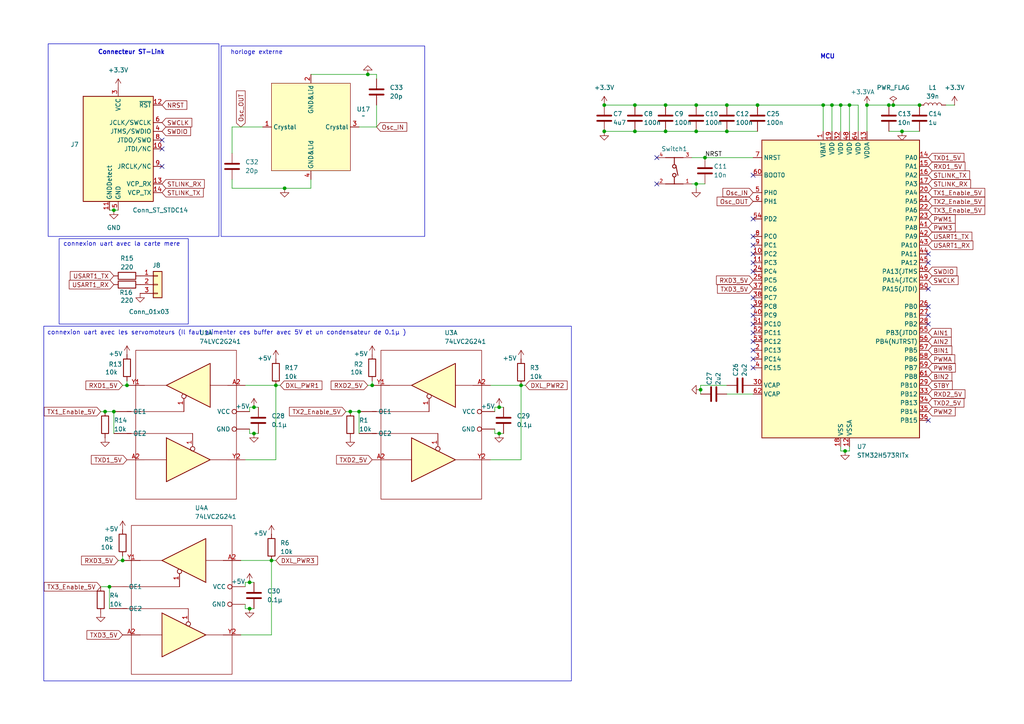
<source format=kicad_sch>
(kicad_sch (version 20250114) (generator "eeschema") (generator_version "9.0")
  (paper "A4")
  (lib_symbols
    (symbol "74LVC2G241_1"
      (property "Reference" "U" (at 2.54 5.08 0))
      (property "Value" "74LVC2G241" (at 2.54 -7.62 0))
      (symbol "74LVC2G241_1_1_1"
        (pin input line (at -22.86 13.97 0) (length 5.08) (name "OE1") (number ""))
        (pin input line (at -22.86 7.62 0) (length 5.08) (name "OE2") (number ""))
        (pin tri_state line (at -19.05 21.59 0) (length 5.08) (name "~") (number "Y1"))
        (pin input line (at -19.05 0 0) (length 5.08) (name "~") (number "A2"))
        (pin input inverted (at -2.54 13.97 90) (length 5.08) (name "~") (number "1"))
        (pin free inverted (at 0 7.62 270) (length 5.08) (name "~") (number "1"))
        (pin input line (at 15.24 21.59 180) (length 5.08) (name "~") (number "A2"))
        (pin tri_state line (at 15.24 0 180) (length 5.08) (name "~") (number "Y2"))
        (pin output inverted (at 16.51 13.97 180) (length 5.08) (name "VCC") (number ""))
        (pin output inverted (at 16.51 8.89 180) (length 5.08) (name "GND") (number ""))
      )
      (symbol "74LVC2G241_1_2_1"
        (pin input line (at -22.86 13.97 0) (length 5.08) (name "OE1") (number "-UB"))
        (pin input line (at -22.86 7.62 0) (length 5.08) (name "OE2") (number "-UB"))
        (pin input line (at -19.05 0 0) (length 5.08) (name "~") (number "5"))
        (pin free inverted (at 0 7.62 270) (length 5.08) (name "~") (number "7"))
        (pin tri_state line (at 15.24 0 180) (length 5.08) (name "~") (number "3"))
        (pin output inverted (at 16.51 13.97 180) (length 5.08) (name "VCC") (number "-UB"))
        (pin output inverted (at 16.51 8.89 180) (length 5.08) (name "GND") (number "-UB"))
      )
      (symbol "74LVC2G241_1_3_1"
        (pin input line (at -22.86 13.97 0) (length 5.08) (name "OE1") (number "-UC"))
        (pin input line (at -22.86 7.62 0) (length 5.08) (name "OE2") (number "-UC"))
        (pin power_in line (at 0 10.16 270) (length 5.08) (name "VCC") (number "8"))
        (pin power_in line (at 0 -10.16 90) (length 5.08) (name "GND") (number "4"))
        (pin output inverted (at 16.51 13.97 180) (length 5.08) (name "VCC") (number "-UC"))
        (pin output inverted (at 16.51 8.89 180) (length 5.08) (name "GND") (number "-UC"))
      )
    )
    (symbol "74LVC2G241_2"
      (property "Reference" "U" (at 2.54 5.08 0))
      (property "Value" "74LVC2G241" (at 2.54 -7.62 0))
      (symbol "74LVC2G241_2_1_1"
        (pin input line (at -22.86 13.97 0) (length 5.08) (name "OE1") (number ""))
        (pin input line (at -22.86 7.62 0) (length 5.08) (name "OE2") (number ""))
        (pin tri_state line (at -19.05 21.59 0) (length 5.08) (name "~") (number "Y1"))
        (pin input line (at -19.05 0 0) (length 5.08) (name "~") (number "A2"))
        (pin input inverted (at -2.54 13.97 90) (length 5.08) (name "~") (number "1"))
        (pin free inverted (at 0 7.62 270) (length 5.08) (name "~") (number "1"))
        (pin input line (at 15.24 21.59 180) (length 5.08) (name "~") (number "A2"))
        (pin tri_state line (at 15.24 0 180) (length 5.08) (name "~") (number "Y2"))
        (pin output inverted (at 16.51 13.97 180) (length 5.08) (name "VCC") (number ""))
        (pin output inverted (at 16.51 8.89 180) (length 5.08) (name "GND") (number ""))
      )
      (symbol "74LVC2G241_2_2_1"
        (pin input line (at -22.86 13.97 0) (length 5.08) (name "OE1") (number "-UB"))
        (pin input line (at -22.86 7.62 0) (length 5.08) (name "OE2") (number "-UB"))
        (pin input line (at -19.05 0 0) (length 5.08) (name "~") (number "5"))
        (pin free inverted (at 0 7.62 270) (length 5.08) (name "~") (number "7"))
        (pin tri_state line (at 15.24 0 180) (length 5.08) (name "~") (number "3"))
        (pin output inverted (at 16.51 13.97 180) (length 5.08) (name "VCC") (number "-UB"))
        (pin output inverted (at 16.51 8.89 180) (length 5.08) (name "GND") (number "-UB"))
      )
      (symbol "74LVC2G241_2_3_1"
        (pin input line (at -22.86 13.97 0) (length 5.08) (name "OE1") (number "-UC"))
        (pin input line (at -22.86 7.62 0) (length 5.08) (name "OE2") (number "-UC"))
        (pin power_in line (at 0 10.16 270) (length 5.08) (name "VCC") (number "8"))
        (pin power_in line (at 0 -10.16 90) (length 5.08) (name "GND") (number "4"))
        (pin output inverted (at 16.51 13.97 180) (length 5.08) (name "VCC") (number "-UC"))
        (pin output inverted (at 16.51 8.89 180) (length 5.08) (name "GND") (number "-UC"))
      )
    )
    (symbol "CFPX-104-oscillator:CFPX-104-8MHz-wurth"
      (property "Reference" "U" (at 0 0 0))
      (symbol "CFPX-104-8MHz-wurth_1_1"
        (pin bidirectional line (at -13.97 0 0) (length 2.54) (name "Crystal") (number "1"))
        (pin power_in line (at 0 15.24 270) (length 2.54) (name "GND&Lid") (number "2"))
        (pin power_in line (at 0 -15.24 90) (length 2.54) (name "GND&Lid") (number "4"))
        (pin bidirectional line (at 13.97 0 180) (length 2.54) (name "Crystal") (number "3"))
      )
    )
    (symbol "Connector:Conn_ST_STDC14"
      (property "Reference" "J" (at -8.89 16.51 0))
      (property "Value" "Conn_ST_STDC14" (at 17.78 16.51 0))
      (symbol "Conn_ST_STDC14_1_1"
        (pin no_connect line (at -10.16 5.08 0) (length 2.54) (hide yes) (name "NC") (number "1"))
        (pin no_connect line (at -10.16 2.54 0) (length 2.54) (hide yes) (name "NC") (number "2"))
        (pin passive line (at -2.54 -17.78 90) (length 2.54) (name "GNDDetect") (number "11"))
        (pin power_in line (at 0 17.78 270) (length 2.54) (name "VCC") (number "3"))
        (pin power_in line (at 0 -17.78 90) (length 2.54) (name "GND") (number "5"))
        (pin passive line (at 0 -17.78 90) (length 2.54) (hide yes) (name "GND") (number "7"))
        (pin open_collector line (at 12.7 12.7 180) (length 2.54) (name "~{RST}") (number "12"))
        (pin output line (at 12.7 7.62 180) (length 2.54) (name "JCLK/SWCLK") (number "6"))
        (pin bidirectional line (at 12.7 5.08 180) (length 2.54) (name "JTMS/SWDIO") (number "4"))
        (pin input line (at 12.7 2.54 180) (length 2.54) (name "JTDO/SWO") (number "8"))
        (pin output line (at 12.7 0 180) (length 2.54) (name "JTDI/NC") (number "10"))
        (pin input line (at 12.7 -5.08 180) (length 2.54) (name "JRCLK/NC") (number "9"))
        (pin output line (at 12.7 -10.16 180) (length 2.54) (name "VCP_RX") (number "13"))
        (pin input line (at 12.7 -12.7 180) (length 2.54) (name "VCP_TX") (number "14"))
      )
    )
    (symbol "Connector_Generic:Conn_01x03" (pin_names (offset 1.016) (hide yes))
      (property "Reference" "J" (at 0 5.08 0))
      (property "Value" "Conn_01x03" (at 0 -5.08 0))
      (symbol "Conn_01x03_1_1"
        (pin passive line (at -5.08 2.54 0) (length 3.81) (name "Pin_1") (number "1"))
        (pin passive line (at -5.08 0 0) (length 3.81) (name "Pin_2") (number "2"))
        (pin passive line (at -5.08 -2.54 0) (length 3.81) (name "Pin_3") (number "3"))
      )
    )
    (symbol "Device:C" (pin_numbers (hide yes)) (pin_names (offset 0.254))
      (property "Reference" "C" (at 0.635 2.54 0))
      (property "Value" "C" (at 0.635 -2.54 0))
      (symbol "C_1_1"
        (pin passive line (at 0 3.81 270) (length 2.794) (name "~") (number "1"))
        (pin passive line (at 0 -3.81 90) (length 2.794) (name "~") (number "2"))
      )
    )
    (symbol "Device:L" (pin_numbers (hide yes)) (pin_names (offset 1.016) (hide yes))
      (property "Reference" "L" (at -1.27 0 90))
      (property "Value" "L" (at 1.905 0 90))
      (symbol "L_1_1"
        (pin passive line (at 0 3.81 270) (length 1.27) (name "1") (number "1"))
        (pin passive line (at 0 -3.81 90) (length 1.27) (name "2") (number "2"))
      )
    )
    (symbol "Device:R" (pin_numbers (hide yes)) (pin_names (offset 0))
      (property "Reference" "R" (at 2.032 0 90))
      (property "Value" "R" (at 0 0 90))
      (symbol "R_1_1"
        (pin passive line (at 0 3.81 270) (length 1.27) (name "~") (number "1"))
        (pin passive line (at 0 -3.81 90) (length 1.27) (name "~") (number "2"))
      )
    )
    (symbol "MCU_ST_STM32H5:STM32H573RITx"
      (property "Reference" "U" (at -22.86 44.45 0))
      (property "Value" "STM32H573RITx" (at 10.16 44.45 0))
      (symbol "STM32H573RITx_1_1"
        (pin input line (at -25.4 38.1 0) (length 2.54) (name "NRST") (number "7"))
        (pin input line (at -25.4 33.02 0) (length 2.54) (name "BOOT0") (number "60"))
        (pin bidirectional line (at -25.4 27.94 0) (length 2.54) (name "PH0") (number "5"))
        (pin bidirectional line (at -25.4 25.4 0) (length 2.54) (name "PH1") (number "6"))
        (pin bidirectional line (at -25.4 20.32 0) (length 2.54) (name "PD2") (number "54"))
        (pin bidirectional line (at -25.4 15.24 0) (length 2.54) (name "PC0") (number "8"))
        (pin bidirectional line (at -25.4 12.7 0) (length 2.54) (name "PC1") (number "9"))
        (pin bidirectional line (at -25.4 10.16 0) (length 2.54) (name "PC2") (number "10"))
        (pin bidirectional line (at -25.4 7.62 0) (length 2.54) (name "PC3") (number "11"))
        (pin bidirectional line (at -25.4 5.08 0) (length 2.54) (name "PC4") (number "24"))
        (pin bidirectional line (at -25.4 2.54 0) (length 2.54) (name "PC5") (number "25"))
        (pin bidirectional line (at -25.4 0 0) (length 2.54) (name "PC6") (number "37"))
        (pin bidirectional line (at -25.4 -2.54 0) (length 2.54) (name "PC7") (number "38"))
        (pin bidirectional line (at -25.4 -5.08 0) (length 2.54) (name "PC8") (number "39"))
        (pin bidirectional line (at -25.4 -7.62 0) (length 2.54) (name "PC9") (number "40"))
        (pin bidirectional line (at -25.4 -10.16 0) (length 2.54) (name "PC10") (number "51"))
        (pin bidirectional line (at -25.4 -12.7 0) (length 2.54) (name "PC11") (number "52"))
        (pin bidirectional line (at -25.4 -15.24 0) (length 2.54) (name "PC12") (number "53"))
        (pin bidirectional line (at -25.4 -17.78 0) (length 2.54) (name "PC13") (number "2"))
        (pin bidirectional line (at -25.4 -20.32 0) (length 2.54) (name "PC14") (number "3"))
        (pin bidirectional line (at -25.4 -22.86 0) (length 2.54) (name "PC15") (number "4"))
        (pin power_out line (at -25.4 -27.94 0) (length 2.54) (name "VCAP") (number "30"))
        (pin power_out line (at -25.4 -30.48 0) (length 2.54) (name "VCAP") (number "62"))
        (pin power_in line (at -5.08 45.72 270) (length 2.54) (name "VBAT") (number "1"))
        (pin power_in line (at -2.54 45.72 270) (length 2.54) (name "VDD") (number "19"))
        (pin power_in line (at 0 45.72 270) (length 2.54) (name "VDD") (number "32"))
        (pin power_in line (at 0 -45.72 90) (length 2.54) (name "VSS") (number "18"))
        (pin passive line (at 0 -45.72 90) (length 2.54) (hide yes) (name "VSS") (number "31"))
        (pin passive line (at 0 -45.72 90) (length 2.54) (hide yes) (name "VSS") (number "47"))
        (pin passive line (at 0 -45.72 90) (length 2.54) (hide yes) (name "VSS") (number "63"))
        (pin power_in line (at 2.54 45.72 270) (length 2.54) (name "VDD") (number "48"))
        (pin power_in line (at 2.54 -45.72 90) (length 2.54) (name "VSSA") (number "12"))
        (pin power_in line (at 5.08 45.72 270) (length 2.54) (name "VDD") (number "64"))
        (pin power_in line (at 7.62 45.72 270) (length 2.54) (name "VDDA") (number "13"))
        (pin bidirectional line (at 25.4 38.1 180) (length 2.54) (name "PA0") (number "14"))
        (pin bidirectional line (at 25.4 35.56 180) (length 2.54) (name "PA1") (number "15"))
        (pin bidirectional line (at 25.4 33.02 180) (length 2.54) (name "PA2") (number "16"))
        (pin bidirectional line (at 25.4 30.48 180) (length 2.54) (name "PA3") (number "17"))
        (pin bidirectional line (at 25.4 27.94 180) (length 2.54) (name "PA4") (number "20"))
        (pin bidirectional line (at 25.4 25.4 180) (length 2.54) (name "PA5") (number "21"))
        (pin bidirectional line (at 25.4 22.86 180) (length 2.54) (name "PA6") (number "22"))
        (pin bidirectional line (at 25.4 20.32 180) (length 2.54) (name "PA7") (number "23"))
        (pin bidirectional line (at 25.4 17.78 180) (length 2.54) (name "PA8") (number "41"))
        (pin bidirectional line (at 25.4 15.24 180) (length 2.54) (name "PA9") (number "42"))
        (pin bidirectional line (at 25.4 12.7 180) (length 2.54) (name "PA10") (number "43"))
        (pin bidirectional line (at 25.4 10.16 180) (length 2.54) (name "PA11") (number "44"))
        (pin bidirectional line (at 25.4 7.62 180) (length 2.54) (name "PA12") (number "45"))
        (pin bidirectional line (at 25.4 5.08 180) (length 2.54) (name "PA13(JTMS") (number "46"))
        (pin bidirectional line (at 25.4 2.54 180) (length 2.54) (name "PA14(JTCK") (number "49"))
        (pin bidirectional line (at 25.4 0 180) (length 2.54) (name "PA15(JTDI)") (number "50"))
        (pin bidirectional line (at 25.4 -5.08 180) (length 2.54) (name "PB0") (number "26"))
        (pin bidirectional line (at 25.4 -7.62 180) (length 2.54) (name "PB1") (number "27"))
        (pin bidirectional line (at 25.4 -10.16 180) (length 2.54) (name "PB2") (number "28"))
        (pin bidirectional line (at 25.4 -12.7 180) (length 2.54) (name "PB3(JTDO") (number "55"))
        (pin bidirectional line (at 25.4 -15.24 180) (length 2.54) (name "PB4(NJTRST)") (number "56"))
        (pin bidirectional line (at 25.4 -17.78 180) (length 2.54) (name "PB5") (number "57"))
        (pin bidirectional line (at 25.4 -20.32 180) (length 2.54) (name "PB6") (number "58"))
        (pin bidirectional line (at 25.4 -22.86 180) (length 2.54) (name "PB7") (number "59"))
        (pin bidirectional line (at 25.4 -25.4 180) (length 2.54) (name "PB8") (number "61"))
        (pin bidirectional line (at 25.4 -27.94 180) (length 2.54) (name "PB10") (number "29"))
        (pin bidirectional line (at 25.4 -30.48 180) (length 2.54) (name "PB12") (number "33"))
        (pin bidirectional line (at 25.4 -33.02 180) (length 2.54) (name "PB13") (number "34"))
        (pin bidirectional line (at 25.4 -35.56 180) (length 2.54) (name "PB14") (number "35"))
        (pin bidirectional line (at 25.4 -38.1 180) (length 2.54) (name "PB15") (number "36"))
      )
    )
    (symbol "boutonSMD_wurth430471025826:430471025826" (pin_names (offset 1.016))
      (property "Reference" "S" (at 0 5.842 0))
      (symbol "430471025826_0_0"
        (pin passive line (at -5.08 5.08 0) (length 2.54) (name "~") (number "1"))
        (pin passive line (at -5.08 -2.54 0) (length 2.54) (name "~") (number "3"))
        (pin passive line (at 5.08 5.08 180) (length 2.54) (name "~") (number "2"))
        (pin passive line (at 5.08 -2.54 180) (length 2.54) (name "~") (number "4"))
      )
    )
    (symbol "buffer_74LVC2G241:74LVC2G241"
      (property "Reference" "U" (at 2.54 5.08 0))
      (property "Value" "74LVC2G241" (at 2.54 -7.62 0))
      (symbol "74LVC2G241_1_1"
        (pin input line (at -22.86 13.97 0) (length 5.08) (name "OE1") (number ""))
        (pin input line (at -22.86 7.62 0) (length 5.08) (name "OE2") (number ""))
        (pin tri_state line (at -19.05 21.59 0) (length 5.08) (name "~") (number "Y1"))
        (pin input line (at -19.05 0 0) (length 5.08) (name "~") (number "A2"))
        (pin input inverted (at -2.54 13.97 90) (length 5.08) (name "~") (number "1"))
        (pin free inverted (at 0 7.62 270) (length 5.08) (name "~") (number "1"))
        (pin input line (at 15.24 21.59 180) (length 5.08) (name "~") (number "A2"))
        (pin tri_state line (at 15.24 0 180) (length 5.08) (name "~") (number "Y2"))
        (pin output inverted (at 16.51 13.97 180) (length 5.08) (name "VCC") (number ""))
        (pin output inverted (at 16.51 8.89 180) (length 5.08) (name "GND") (number ""))
      )
      (symbol "74LVC2G241_2_1"
        (pin input line (at -22.86 13.97 0) (length 5.08) (name "OE1") (number "-UB"))
        (pin input line (at -22.86 7.62 0) (length 5.08) (name "OE2") (number "-UB"))
        (pin input line (at -19.05 0 0) (length 5.08) (name "~") (number "5"))
        (pin free inverted (at 0 7.62 270) (length 5.08) (name "~") (number "7"))
        (pin tri_state line (at 15.24 0 180) (length 5.08) (name "~") (number "3"))
        (pin output inverted (at 16.51 13.97 180) (length 5.08) (name "VCC") (number "-UB"))
        (pin output inverted (at 16.51 8.89 180) (length 5.08) (name "GND") (number "-UB"))
      )
      (symbol "74LVC2G241_3_1"
        (pin input line (at -22.86 13.97 0) (length 5.08) (name "OE1") (number "-UC"))
        (pin input line (at -22.86 7.62 0) (length 5.08) (name "OE2") (number "-UC"))
        (pin power_in line (at 0 10.16 270) (length 5.08) (name "VCC") (number "8"))
        (pin power_in line (at 0 -10.16 90) (length 5.08) (name "GND") (number "4"))
        (pin output inverted (at 16.51 13.97 180) (length 5.08) (name "VCC") (number "-UC"))
        (pin output inverted (at 16.51 8.89 180) (length 5.08) (name "GND") (number "-UC"))
      )
    )
    (symbol "power:+3.3V" (power) (pin_numbers (hide yes)) (pin_names (offset 0) (hide yes))
      (property "Value" "+3.3V" (at 0 3.556 0))
      (symbol "+3.3V_1_1"
        (pin power_in line (at 0 0 90) (length 0) (name "~") (number "1"))
      )
    )
    (symbol "power:+3.3VA" (power) (pin_numbers (hide yes)) (pin_names (offset 0) (hide yes))
      (property "Value" "+3.3VA" (at 0 3.556 0))
      (symbol "+3.3VA_1_1"
        (pin power_in line (at 0 0 90) (length 0) (name "~") (number "1"))
      )
    )
    (symbol "power:+5V" (power) (pin_numbers (hide yes)) (pin_names (offset 0) (hide yes))
      (property "Value" "+5V" (at 0 3.556 0))
      (symbol "+5V_1_1"
        (pin power_in line (at 0 0 90) (length 0) (name "~") (number "1"))
      )
    )
    (symbol "power:GND" (power) (pin_numbers (hide yes)) (pin_names (offset 0) (hide yes))
      (property "Value" "GND" (at 0 -3.81 0))
      (symbol "GND_1_1"
        (pin power_in line (at 0 0 270) (length 0) (name "~") (number "1"))
      )
    )
    (symbol "power:PWR_FLAG" (power) (pin_numbers (hide yes)) (pin_names (offset 0) (hide yes))
      (property "Value" "PWR_FLAG" (at 0 3.81 0))
      (symbol "PWR_FLAG_0_0"
        (pin power_out line (at 0 0 90) (length 0) (name "~") (number "1"))
      )
    )
  )
  (rectangle (start 64.135 13.335) (end 123.19 68.58))
  (rectangle (start 13.97 12.7) (end 63.5 68.58))
  (rectangle (start 17.145 69.215) (end 54.61 93.98))
  (text "connexion uart avec la carte mere\n\n" (at 35.306 71.882 0) (effects (font (size 1.27 1.27))))
  (text "horloge externe \n" (at 74.93 15.24 0) (effects (font (size 1.27 1.27))))
  (text "Connecteur ST-Link\n" (at 38.1 15.24 0) (effects (font (size 1.27 1.27) (thickness 0.254) (bold yes))))
  (text "MCU\n" (at 240.03 16.51 0) (effects (font (size 1.27 1.27) (thickness 0.254) (bold yes))))
  (text_box "connexion uart avec les servomoteurs (Il faut alimenter ces buffer avec 5V et un condensateur de 0.1µ )\n\n" (at 12.7 94.615 0) (size 153.035 102.87) (margins 0.9525 0.9525 0.9525 0.9525) (effects (font (size 1.27 1.27)) (justify left top)))
  (junction (at 193.04 30.48))
  (junction (at 219.71 30.48))
  (junction (at 266.7 30.48))
  (junction (at 36.83 111.76))
  (junction (at 73.66 118.11))
  (junction (at 201.93 30.48))
  (junction (at 184.15 38.1))
  (junction (at 241.3 30.48))
  (junction (at 72.39 168.91))
  (junction (at 245.11 130.81))
  (junction (at 35.56 162.56))
  (junction (at 78.74 162.56))
  (junction (at 175.26 30.48))
  (junction (at 144.78 118.11))
  (junction (at 30.48 119.38))
  (junction (at 257.81 30.48))
  (junction (at 106.68 21.59))
  (junction (at 104.14 119.38))
  (junction (at 175.26 38.1))
  (junction (at 101.6 119.38))
  (junction (at 251.46 30.48))
  (junction (at 184.15 30.48))
  (junction (at 72.39 176.53))
  (junction (at 259.08 30.48))
  (junction (at 204.47 45.72))
  (junction (at 261.62 38.1))
  (junction (at 203.2 113.03))
  (junction (at 33.02 119.38))
  (junction (at 201.93 38.1))
  (junction (at 73.66 125.73))
  (junction (at 238.76 30.48))
  (junction (at 144.78 125.73))
  (junction (at 31.75 170.18))
  (junction (at 201.93 53.34))
  (junction (at 210.82 38.1))
  (junction (at 107.95 111.76))
  (junction (at 243.84 30.48))
  (junction (at 193.04 38.1))
  (junction (at 246.38 30.48))
  (junction (at 151.13 111.76))
  (junction (at 33.02 60.96))
  (junction (at 80.01 111.76))
  (junction (at 210.82 30.48))
  (junction (at 82.55 54.61))
  (no_connect (at 190.5 45.72))
  (no_connect (at 218.44 76.2))
  (no_connect (at 190.5 53.34))
  (no_connect (at 46.99 40.64))
  (no_connect (at 218.44 106.68))
  (no_connect (at 269.24 91.44))
  (no_connect (at 218.44 63.5))
  (no_connect (at 218.44 93.98))
  (no_connect (at 218.44 88.9))
  (no_connect (at 218.44 50.8))
  (no_connect (at 46.99 48.26))
  (no_connect (at 269.24 73.66))
  (no_connect (at 269.24 93.98))
  (no_connect (at 218.44 78.74))
  (no_connect (at 269.24 121.92))
  (no_connect (at 218.44 99.06))
  (no_connect (at 218.44 101.6))
  (no_connect (at 46.99 43.18))
  (no_connect (at 218.44 91.44))
  (no_connect (at 269.24 88.9))
  (no_connect (at 218.44 71.12))
  (no_connect (at 218.44 73.66))
  (no_connect (at 218.44 86.36))
  (no_connect (at 218.44 68.58))
  (no_connect (at 269.24 76.2))
  (no_connect (at 269.24 83.82))
  (no_connect (at 218.44 96.52))
  (no_connect (at 218.44 104.14))
  (wire (pts (xy 251.46 30.48) (xy 257.81 30.48)))
  (wire (pts (xy 71.12 175.26) (xy 71.12 176.53)))
  (wire (pts (xy 200.66 53.34) (xy 201.93 53.34)))
  (wire (pts (xy 72.39 168.91) (xy 71.12 168.91)))
  (wire (pts (xy 33.02 60.96) (xy 34.29 60.96)))
  (wire (pts (xy 69.85 162.56) (xy 78.74 162.56)))
  (wire (pts (xy 109.22 21.59) (xy 106.68 21.59)))
  (wire (pts (xy 31.75 170.18) (xy 31.75 176.53)))
  (wire (pts (xy 241.3 30.48) (xy 243.84 30.48)))
  (wire (pts (xy 257.81 30.48) (xy 259.08 30.48)))
  (wire (pts (xy 144.78 118.11) (xy 143.51 118.11)))
  (wire (pts (xy 201.93 54.61) (xy 201.93 53.34)))
  (wire (pts (xy 78.74 184.15) (xy 78.74 162.56)))
  (wire (pts (xy 100.33 119.38) (xy 101.6 119.38)))
  (wire (pts (xy 142.24 111.76) (xy 151.13 111.76)))
  (wire (pts (xy 246.38 129.54) (xy 246.38 130.81)))
  (wire (pts (xy 106.68 111.76) (xy 107.95 111.76)))
  (wire (pts (xy 80.01 111.76) (xy 81.28 111.76)))
  (wire (pts (xy 67.31 44.45) (xy 67.31 36.83)))
  (wire (pts (xy 201.93 30.48) (xy 210.82 30.48)))
  (wire (pts (xy 238.76 30.48) (xy 238.76 38.1)))
  (wire (pts (xy 29.21 170.18) (xy 31.75 170.18)))
  (wire (pts (xy 106.68 21.59) (xy 90.17 21.59)))
  (wire (pts (xy 193.04 38.1) (xy 201.93 38.1)))
  (wire (pts (xy 142.24 133.35) (xy 151.13 133.35)))
  (wire (pts (xy 238.76 30.48) (xy 241.3 30.48)))
  (wire (pts (xy 72.39 176.53) (xy 73.66 176.53)))
  (wire (pts (xy 151.13 133.35) (xy 151.13 111.76)))
  (wire (pts (xy 107.95 110.49) (xy 107.95 111.76)))
  (wire (pts (xy 210.82 114.3) (xy 218.44 114.3)))
  (wire (pts (xy 241.3 30.48) (xy 241.3 38.1)))
  (wire (pts (xy 109.22 36.83) (xy 109.22 30.48)))
  (wire (pts (xy 104.14 119.38) (xy 104.14 125.73)))
  (wire (pts (xy 246.38 130.81) (xy 245.11 130.81)))
  (wire (pts (xy 219.71 30.48) (xy 238.76 30.48)))
  (wire (pts (xy 201.93 38.1) (xy 210.82 38.1)))
  (wire (pts (xy 259.08 30.48) (xy 266.7 30.48)))
  (wire (pts (xy 67.31 36.83) (xy 76.2 36.83)))
  (wire (pts (xy 251.46 30.48) (xy 251.46 38.1)))
  (wire (pts (xy 71.12 168.91) (xy 71.12 170.18)))
  (wire (pts (xy 80.01 133.35) (xy 80.01 111.76)))
  (wire (pts (xy 73.66 168.91) (xy 72.39 168.91)))
  (wire (pts (xy 143.51 124.46) (xy 143.51 125.73)))
  (wire (pts (xy 71.12 176.53) (xy 72.39 176.53)))
  (wire (pts (xy 35.56 161.29) (xy 35.56 162.56)))
  (wire (pts (xy 71.12 111.76) (xy 80.01 111.76)))
  (wire (pts (xy 78.74 162.56) (xy 80.01 162.56)))
  (wire (pts (xy 203.2 111.76) (xy 203.2 113.03)))
  (wire (pts (xy 35.56 111.76) (xy 36.83 111.76)))
  (wire (pts (xy 104.14 36.83) (xy 109.22 36.83)))
  (wire (pts (xy 73.66 125.73) (xy 74.93 125.73)))
  (wire (pts (xy 146.05 118.11) (xy 144.78 118.11)))
  (wire (pts (xy 184.15 30.48) (xy 193.04 30.48)))
  (wire (pts (xy 184.15 38.1) (xy 193.04 38.1)))
  (wire (pts (xy 257.81 38.1) (xy 261.62 38.1)))
  (wire (pts (xy 175.26 38.1) (xy 184.15 38.1)))
  (wire (pts (xy 36.83 110.49) (xy 36.83 111.76)))
  (wire (pts (xy 101.6 119.38) (xy 104.14 119.38)))
  (wire (pts (xy 246.38 30.48) (xy 248.92 30.48)))
  (wire (pts (xy 261.62 38.1) (xy 266.7 38.1)))
  (wire (pts (xy 274.32 30.48) (xy 276.86 30.48)))
  (wire (pts (xy 203.2 113.03) (xy 203.2 114.3)))
  (wire (pts (xy 204.47 45.72) (xy 218.44 45.72)))
  (wire (pts (xy 109.22 22.86) (xy 109.22 21.59)))
  (wire (pts (xy 71.12 133.35) (xy 80.01 133.35)))
  (wire (pts (xy 143.51 118.11) (xy 143.51 119.38)))
  (wire (pts (xy 29.21 119.38) (xy 30.48 119.38)))
  (wire (pts (xy 74.93 118.11) (xy 73.66 118.11)))
  (wire (pts (xy 73.66 118.11) (xy 72.39 118.11)))
  (wire (pts (xy 243.84 129.54) (xy 243.84 130.81)))
  (wire (pts (xy 34.29 162.56) (xy 35.56 162.56)))
  (wire (pts (xy 67.31 54.61) (xy 67.31 52.07)))
  (wire (pts (xy 151.13 111.76) (xy 152.4 111.76)))
  (wire (pts (xy 69.85 184.15) (xy 78.74 184.15)))
  (wire (pts (xy 246.38 30.48) (xy 246.38 38.1)))
  (wire (pts (xy 82.55 54.61) (xy 90.17 54.61)))
  (wire (pts (xy 243.84 130.81) (xy 245.11 130.81)))
  (wire (pts (xy 210.82 111.76) (xy 203.2 111.76)))
  (wire (pts (xy 72.39 124.46) (xy 72.39 125.73)))
  (wire (pts (xy 72.39 118.11) (xy 72.39 119.38)))
  (wire (pts (xy 67.31 54.61) (xy 82.55 54.61)))
  (wire (pts (xy 210.82 38.1) (xy 219.71 38.1)))
  (wire (pts (xy 30.48 119.38) (xy 33.02 119.38)))
  (wire (pts (xy 201.93 53.34) (xy 204.47 53.34)))
  (wire (pts (xy 33.02 119.38) (xy 33.02 125.73)))
  (wire (pts (xy 90.17 54.61) (xy 90.17 52.07)))
  (wire (pts (xy 246.38 30.48) (xy 243.84 30.48)))
  (wire (pts (xy 210.82 30.48) (xy 219.71 30.48)))
  (wire (pts (xy 144.78 125.73) (xy 146.05 125.73)))
  (wire (pts (xy 72.39 125.73) (xy 73.66 125.73)))
  (wire (pts (xy 248.92 30.48) (xy 248.92 38.1)))
  (wire (pts (xy 193.04 30.48) (xy 201.93 30.48)))
  (wire (pts (xy 175.26 30.48) (xy 184.15 30.48)))
  (wire (pts (xy 31.75 60.96) (xy 33.02 60.96)))
  (wire (pts (xy 200.66 45.72) (xy 204.47 45.72)))
  (wire (pts (xy 143.51 125.73) (xy 144.78 125.73)))
  (wire (pts (xy 243.84 30.48) (xy 243.84 38.1)))
  (label "NRST" (at 204.47 45.72 0) (effects (font (thickness 0.1588))))
  (global_label "PWM1" (shape input) (at 269.24 63.5 0) (property "Intersheetrefs" "${INTERSHEET_REFS}" (effects (hide yes))))
  (global_label "TX3_Enable_5V" (shape input) (at 269.24 60.96 0) (property "Intersheetrefs" "${INTERSHEET_REFS}" (effects (hide yes))))
  (global_label "AIN2" (shape input) (at 269.24 99.06 0) (property "Intersheetrefs" "${INTERSHEET_REFS}" (effects (hide yes))))
  (global_label "USART1_TX" (shape input) (at 33.02 80.01 180) (property "Intersheetrefs" "${INTERSHEET_REFS}" (effects (hide yes))))
  (global_label "TXD3_5V" (shape input) (at 218.44 83.82 180) (property "Intersheetrefs" "${INTERSHEET_REFS}" (effects (hide yes))))
  (global_label "PWM3" (shape input) (at 269.24 66.04 0) (property "Intersheetrefs" "${INTERSHEET_REFS}" (effects (hide yes))))
  (global_label "DXL_PWR2" (shape input) (at 152.4 111.76 0) (property "Intersheetrefs" "${INTERSHEET_REFS}" (effects (hide yes))))
  (global_label "SWDIO" (shape input) (at 269.24 78.74 0) (property "Intersheetrefs" "${INTERSHEET_REFS}" (effects (hide yes))))
  (global_label "TXD1_5V" (shape input) (at 269.24 45.72 0) (property "Intersheetrefs" "${INTERSHEET_REFS}" (effects (hide yes))))
  (global_label "BIN2" (shape input) (at 269.24 109.22 0) (property "Intersheetrefs" "${INTERSHEET_REFS}" (effects (hide yes))))
  (global_label "Osc_IN" (shape input) (at 218.44 55.88 180) (property "Intersheetrefs" "${INTERSHEET_REFS}" (effects (hide yes))))
  (global_label "TXD1_5V" (shape input) (at 36.83 133.35 180) (property "Intersheetrefs" "${INTERSHEET_REFS}" (effects (hide yes))))
  (global_label "USART1_RX" (shape input) (at 33.02 82.55 180) (property "Intersheetrefs" "${INTERSHEET_REFS}" (effects (hide yes))))
  (global_label "DXL_PWR3" (shape input) (at 80.01 162.56 0) (property "Intersheetrefs" "${INTERSHEET_REFS}" (effects (hide yes))))
  (global_label "STBY" (shape input) (at 269.24 111.76 0) (property "Intersheetrefs" "${INTERSHEET_REFS}" (effects (hide yes))))
  (global_label "TX3_Enable_5V" (shape input) (at 29.21 170.18 180) (property "Intersheetrefs" "${INTERSHEET_REFS}" (effects (hide yes))))
  (global_label "TX2_Enable_5V" (shape input) (at 100.33 119.38 180) (property "Intersheetrefs" "${INTERSHEET_REFS}" (effects (hide yes))))
  (global_label "RXD3_5V" (shape input) (at 34.29 162.56 180) (property "Intersheetrefs" "${INTERSHEET_REFS}" (effects (hide yes))))
  (global_label "STLINK_RX" (shape input) (at 46.99 53.34 0) (property "Intersheetrefs" "${INTERSHEET_REFS}" (effects (hide yes))))
  (global_label "Osc_OUT" (shape input) (at 69.85 36.83 90) (property "Intersheetrefs" "${INTERSHEET_REFS}" (effects (hide yes))))
  (global_label "PWMA" (shape input) (at 269.24 104.14 0) (property "Intersheetrefs" "${INTERSHEET_REFS}" (effects (hide yes))))
  (global_label "TXD2_5V" (shape input) (at 269.24 116.84 0) (property "Intersheetrefs" "${INTERSHEET_REFS}" (effects (hide yes))))
  (global_label "TXD2_5V" (shape input) (at 107.95 133.35 180) (property "Intersheetrefs" "${INTERSHEET_REFS}" (effects (hide yes))))
  (global_label "NRST" (shape input) (at 46.99 30.48 0) (effects (font (thickness 0.1588))) (property "Intersheetrefs" "${INTERSHEET_REFS}" (effects (hide yes))))
  (global_label "TX1_Enable_5V" (shape input) (at 269.24 55.88 0) (property "Intersheetrefs" "${INTERSHEET_REFS}" (effects (hide yes))))
  (global_label "PWM2" (shape input) (at 269.24 119.38 0) (property "Intersheetrefs" "${INTERSHEET_REFS}" (effects (hide yes))))
  (global_label "BIN1" (shape input) (at 269.24 101.6 0) (property "Intersheetrefs" "${INTERSHEET_REFS}" (effects (hide yes))))
  (global_label "RXD2_5V" (shape input) (at 269.24 114.3 0) (property "Intersheetrefs" "${INTERSHEET_REFS}" (effects (hide yes))))
  (global_label "RXD1_5V" (shape input) (at 35.56 111.76 180) (property "Intersheetrefs" "${INTERSHEET_REFS}" (effects (hide yes))))
  (global_label "STLINK_TX" (shape input) (at 269.24 50.8 0) (property "Intersheetrefs" "${INTERSHEET_REFS}" (effects (hide yes))))
  (global_label "RXD2_5V" (shape input) (at 106.68 111.76 180) (property "Intersheetrefs" "${INTERSHEET_REFS}" (effects (hide yes))))
  (global_label "SWCLK" (shape input) (at 269.24 81.28 0) (property "Intersheetrefs" "${INTERSHEET_REFS}" (effects (hide yes))))
  (global_label "SWCLK" (shape input) (at 46.99 35.56 0) (property "Intersheetrefs" "${INTERSHEET_REFS}" (effects (hide yes))))
  (global_label "RXD1_5V" (shape input) (at 269.24 48.26 0) (property "Intersheetrefs" "${INTERSHEET_REFS}" (effects (hide yes))))
  (global_label "DXL_PWR1" (shape input) (at 81.28 111.76 0) (property "Intersheetrefs" "${INTERSHEET_REFS}" (effects (hide yes))))
  (global_label "TXD3_5V" (shape input) (at 35.56 184.15 180) (property "Intersheetrefs" "${INTERSHEET_REFS}" (effects (hide yes))))
  (global_label "STLINK_RX" (shape input) (at 269.24 53.34 0) (property "Intersheetrefs" "${INTERSHEET_REFS}" (effects (hide yes))))
  (global_label "PWMB" (shape input) (at 269.24 106.68 0) (property "Intersheetrefs" "${INTERSHEET_REFS}" (effects (hide yes))))
  (global_label "TX2_Enable_5V" (shape input) (at 269.24 58.42 0) (property "Intersheetrefs" "${INTERSHEET_REFS}" (effects (hide yes))))
  (global_label "AIN1" (shape input) (at 269.24 96.52 0) (property "Intersheetrefs" "${INTERSHEET_REFS}" (effects (hide yes))))
  (global_label "Osc_IN" (shape input) (at 109.22 36.83 0) (property "Intersheetrefs" "${INTERSHEET_REFS}" (effects (hide yes))))
  (global_label "SWDIO" (shape input) (at 46.99 38.1 0) (property "Intersheetrefs" "${INTERSHEET_REFS}" (effects (hide yes))))
  (global_label "TX1_Enable_5V" (shape input) (at 29.21 119.38 180) (property "Intersheetrefs" "${INTERSHEET_REFS}" (effects (hide yes))))
  (global_label "Osc_OUT" (shape input) (at 218.44 58.42 180) (property "Intersheetrefs" "${INTERSHEET_REFS}" (effects (hide yes))))
  (global_label "STLINK_TX" (shape input) (at 46.99 55.88 0) (property "Intersheetrefs" "${INTERSHEET_REFS}" (effects (hide yes))))
  (global_label "RXD3_5V" (shape input) (at 218.44 81.28 180) (property "Intersheetrefs" "${INTERSHEET_REFS}" (effects (hide yes))))
  (global_label "USART1_RX" (shape input) (at 269.24 71.12 0) (property "Intersheetrefs" "${INTERSHEET_REFS}" (effects (hide yes))))
  (global_label "USART1_TX" (shape input) (at 269.24 68.58 0) (property "Intersheetrefs" "${INTERSHEET_REFS}" (effects (hide yes))))
  (symbol (lib_id "power:+5V") (at 144.78 118.11 0) (unit 1)
    (property "Reference" "#PWR049" (effects (hide yes)))
    (property "Value" "+5V" (at 141.478 117.856 0))
    (property "Description" "Power symbol creates a global label with name \"+5V\"" (effects (hide yes)))
  )
  (symbol (lib_id "Device:L") (at 270.51 30.48 90) (unit 1)
    (property "Reference" "L1" (at 270.51 25.4 90))
    (property "Value" "39n" (at 270.51 27.94 90))
    (property "Footprint" "Inductor_SMD:L_0603_1608Metric" (effects (hide yes)))
    (property "Description" "Inductor" (effects (hide yes)))
  )
  (symbol (lib_id "power:GND") (at 73.66 125.73 0) (unit 1)
    (property "Reference" "#PWR057" (effects (hide yes)))
    (property "Value" "GND" (effects (hide yes)))
    (property "Description" "Power symbol creates a global label with name \"GND\" , ground" (effects (hide yes)))
  )
  (symbol (lib_id "buffer_74LVC2G241:74LVC2G241") (at 55.88 133.35 0) (unit 1)
    (property "Reference" "U1" (at 57.7851 96.52 0) (effects (justify left)))
    (property "Value" "74LVC2G241" (at 57.7851 99.06 0) (effects (justify left)))
    (property "Footprint" "Package_TO_SOT_SMD:SOT-363_SC-70-6" (effects (hide yes)))
    (property "Datasheet" "http://www.ti.com/lit/sg/scyt129e/scyt129e.pdf" (effects (hide yes)))
    (property "Description" "Dual Buffer Tri-State, Low-Voltage CMOS" (effects (hide yes)))
  )
  (symbol (lib_id "power:GND") (at 245.11 130.81 0) (unit 1)
    (property "Reference" "#PWR017" (effects (hide yes)))
    (property "Value" "GND" (effects (hide yes)))
    (property "Description" "Power symbol creates a global label with name \"GND\" , ground" (effects (hide yes)))
  )
  (symbol (lib_id "Device:C") (at 193.04 34.29 0) (unit 1)
    (property "Reference" "C9" (at 195.58 33.02 0) (effects (justify left)))
    (property "Value" "100n" (at 195.58 35.56 0) (effects (justify left)))
    (property "Footprint" "Capacitor_SMD:C_0402_1005Metric" (effects (hide yes)))
    (property "Description" "Unpolarized capacitor" (effects (hide yes)))
  )
  (symbol (lib_id "Device:C") (at 73.66 172.72 0) (unit 1)
    (property "Reference" "C30" (at 77.47 171.4499 0) (effects (justify left)))
    (property "Value" "0.1µ" (at 77.47 173.9899 0) (effects (justify left)))
    (property "Footprint" "Capacitor_SMD:C_0603_1608Metric" (effects (hide yes)))
    (property "Description" "Unpolarized capacitor" (effects (hide yes)))
  )
  (symbol (lib_id "Device:C") (at 214.63 111.76 90) (unit 1)
    (property "Reference" "C26" (at 213.36 109.22 0) (effects (justify left)))
    (property "Value" "2u2" (at 215.9 109.22 0) (effects (justify left)))
    (property "Footprint" "Capacitor_SMD:C_0805_2012Metric" (effects (hide yes)))
    (property "Description" "Unpolarized capacitor" (effects (hide yes)))
  )
  (symbol (lib_id "Device:R") (at 30.48 123.19 0) (unit 1)
    (property "Reference" "R14" (at 33.02 121.9199 0) (effects (justify left)))
    (property "Value" "10k" (at 33.02 124.4599 0) (effects (justify left)))
    (property "Footprint" "Resistor_SMD:R_0402_1005Metric" (effects (hide yes)))
    (property "Description" "Resistor" (effects (hide yes)))
  )
  (symbol (lib_id "Connector:Conn_ST_STDC14") (at 34.29 43.18 0) (unit 1)
    (property "Reference" "J7" (at 22.86 41.9099 0) (effects (justify right)))
    (property "Value" "Conn_ST_STDC14" (at 54.61 60.96 0) (effects (justify right)))
    (property "Footprint" "Connector_PinHeader_1.27mm:PinHeader_2x07_P1.27mm_Vertical_SMD" (effects (hide yes)))
    (property "Datasheet" "https://www.st.com/content/ccc/resource/technical/document/user_manual/group1/99/49/91/b6/b2/3a/46/e5/DM00526767/files/DM00526767.pdf/jcr:content/translations/en.DM00526767.pdf" (effects (hide yes)))
    (property "Description" "ST Debug Connector, standard ARM Cortex-M SWD and JTAG interface plus UART" (effects (hide yes)))
  )
  (symbol (lib_id "power:GND") (at 106.68 21.59 180) (unit 1)
    (property "Reference" "#PWR068" (effects (hide yes)))
    (property "Value" "GND" (effects (hide yes)))
    (property "Description" "Power symbol creates a global label with name \"GND\" , ground" (effects (hide yes)))
  )
  (symbol (lib_id "power:+5V") (at 78.74 154.94 0) (unit 1)
    (property "Reference" "#PWR061" (effects (hide yes)))
    (property "Value" "+5V" (at 75.438 154.686 0))
    (property "Description" "Power symbol creates a global label with name \"+5V\"" (effects (hide yes)))
  )
  (symbol (lib_id "Device:R") (at 107.95 106.68 0) (unit 1)
    (property "Reference" "R2" (at 102.616 105.664 0) (effects (justify left)))
    (property "Value" "10k" (at 101.6 107.95 0) (effects (justify left)))
    (property "Footprint" "Resistor_SMD:R_0402_1005Metric" (effects (hide yes)))
    (property "Description" "Resistor" (effects (hide yes)))
  )
  (symbol (lib_id "power:+5V") (at 72.39 168.91 0) (unit 1)
    (property "Reference" "#PWR052" (effects (hide yes)))
    (property "Value" "+5V" (at 69.088 168.656 0))
    (property "Description" "Power symbol creates a global label with name \"+5V\"" (effects (hide yes)))
  )
  (symbol (lib_id "Device:C") (at 257.81 34.29 0) (unit 1)
    (property "Reference" "C13" (at 260.35 33.02 0) (effects (justify left)))
    (property "Value" "10n" (at 260.35 35.56 0) (effects (justify left)))
    (property "Footprint" "Capacitor_SMD:C_0402_1005Metric" (effects (hide yes)))
    (property "Description" "Unpolarized capacitor" (effects (hide yes)))
  )
  (symbol (lib_id "boutonSMD_wurth430471025826:430471025826") (at 195.58 48.26 180) (unit 1)
    (property "Reference" "Switch1" (at 195.58 43.18 0))
    (property "Value" "430471025826" (effects (hide yes)))
    (property "Footprint" "Button_Switch_THT:SW_PUSH_6mm" (effects (hide yes)))
    (property "MF" "Würth Elektronik" (effects (hide yes)))
    (property "Description_1" "\n                        \n                            Tactile Switch SPST-NO Top Actuated Surface Mount\n                        \n" (effects (hide yes)))
    (property "Package" "None" (effects (hide yes)))
    (property "Price" "None" (effects (hide yes)))
    (property "VALUE" "430471025826" (effects (hide yes)))
    (property "HEIGHT" "2.5mm" (effects (hide yes)))
    (property "SnapEDA_Link" "https://www.snapeda.com/parts/430471025826/W%25C3%25BCrth+Elektronik+Midcom/view-part/?ref=snap" (effects (hide yes)))
    (property "DATASHEET-URL" "https://www.we-online.com/redexpert/spec/430471025826?ae" (effects (hide yes)))
    (property "MP" "430471025826" (effects (hide yes)))
    (property "PART-NUMBER" "430471025826" (effects (hide yes)))
    (property "OPERATION-FORCE" "260g" (effects (hide yes)))
    (property "QTY" "2000" (effects (hide yes)))
    (property "Availability" "In Stock" (effects (hide yes)))
    (property "Check_prices" "https://www.snapeda.com/parts/430471025826/W%25C3%25BCrth+Elektronik+Midcom/view-part/?ref=eda" (effects (hide yes)))
  )
  (symbol (lib_id "Device:R") (at 36.83 82.55 90) (unit 1)
    (property "Reference" "R16" (at 36.576 84.836 90))
    (property "Value" "220" (at 36.83 87.122 90))
    (property "Footprint" "Resistor_SMD:R_0402_1005Metric" (effects (hide yes)))
    (property "Description" "Resistor" (effects (hide yes)))
  )
  (symbol (lib_id "power:+5V") (at 73.66 118.11 0) (unit 1)
    (property "Reference" "#PWR056" (effects (hide yes)))
    (property "Value" "+5V" (at 70.358 117.856 0))
    (property "Description" "Power symbol creates a global label with name \"+5V\"" (effects (hide yes)))
  )
  (symbol (lib_id "Device:R") (at 78.74 158.75 0) (unit 1)
    (property "Reference" "R6" (at 81.28 157.4799 0) (effects (justify left)))
    (property "Value" "10k" (at 81.28 160.0199 0) (effects (justify left)))
    (property "Footprint" "Resistor_SMD:R_0402_1005Metric" (effects (hide yes)))
    (property "Description" "Resistor" (effects (hide yes)))
  )
  (symbol (lib_id "power:GND") (at 261.62 38.1 0) (unit 1)
    (property "Reference" "#PWR033" (effects (hide yes)))
    (property "Value" "GND" (effects (hide yes)))
    (property "Description" "Power symbol creates a global label with name \"GND\" , ground" (effects (hide yes)))
  )
  (symbol (lib_id "power:GND") (at 40.64 85.09 0) (unit 1)
    (property "Reference" "#PWR055" (effects (hide yes)))
    (property "Value" "GND" (effects (hide yes)))
    (property "Description" "Power symbol creates a global label with name \"GND\" , ground" (effects (hide yes)))
  )
  (symbol (lib_id "power:GND") (at 175.26 38.1 0) (unit 1)
    (property "Reference" "#PWR027" (effects (hide yes)))
    (property "Value" "GND" (effects (hide yes)))
    (property "Description" "Power symbol creates a global label with name \"GND\" , ground" (effects (hide yes)))
  )
  (symbol (lib_id "Device:C") (at 207.01 114.3 90) (unit 1)
    (property "Reference" "C27" (at 205.74 111.76 0) (effects (justify left)))
    (property "Value" "2u2" (at 208.28 111.76 0) (effects (justify left)))
    (property "Footprint" "Capacitor_SMD:C_0805_2012Metric" (effects (hide yes)))
    (property "Description" "Unpolarized capacitor" (effects (hide yes)))
  )
  (symbol (lib_id "power:GND") (at 203.2 113.03 270) (unit 1)
    (property "Reference" "#PWR018" (effects (hide yes)))
    (property "Value" "GND" (effects (hide yes)))
    (property "Description" "Power symbol creates a global label with name \"GND\" , ground" (effects (hide yes)))
  )
  (symbol (lib_id "power:PWR_FLAG") (at 259.08 30.48 0) (unit 1)
    (property "Reference" "#FLG04" (effects (hide yes)))
    (property "Value" "PWR_FLAG" (at 259.08 25.4 0))
    (property "Description" "Special symbol for telling ERC where power comes from" (effects (hide yes)))
  )
  (symbol (lib_id "Device:R") (at 151.13 107.95 0) (unit 1)
    (property "Reference" "R3" (at 153.67 106.6799 0) (effects (justify left)))
    (property "Value" "10k" (at 153.67 109.2199 0) (effects (justify left)))
    (property "Footprint" "Resistor_SMD:R_0402_1005Metric" (effects (hide yes)))
    (property "Description" "Resistor" (effects (hide yes)))
  )
  (symbol (lib_id "Device:C") (at 201.93 34.29 0) (unit 1)
    (property "Reference" "C10" (at 204.47 33.02 0) (effects (justify left)))
    (property "Value" "100n" (at 204.47 35.56 0) (effects (justify left)))
    (property "Footprint" "Capacitor_SMD:C_0402_1005Metric" (effects (hide yes)))
    (property "Description" "Unpolarized capacitor" (effects (hide yes)))
  )
  (symbol (lib_id "power:+3.3VA") (at 251.46 30.48 0) (unit 1)
    (property "Reference" "#PWR032" (effects (hide yes)))
    (property "Value" "+3.3VA" (at 250.19 26.67 0))
    (property "Description" "Power symbol creates a global label with name \"+3.3VA\"" (effects (hide yes)))
  )
  (symbol (lib_id "Device:C") (at 146.05 121.92 0) (unit 1)
    (property "Reference" "C29" (at 149.86 120.6499 0) (effects (justify left)))
    (property "Value" "0.1µ" (at 149.86 123.1899 0) (effects (justify left)))
    (property "Footprint" "Capacitor_SMD:C_0603_1608Metric" (effects (hide yes)))
    (property "Description" "Unpolarized capacitor" (effects (hide yes)))
  )
  (symbol (lib_id "power:+5V") (at 80.01 104.14 0) (unit 1)
    (property "Reference" "#PWR046" (effects (hide yes)))
    (property "Value" "+5V" (at 76.708 103.886 0))
    (property "Description" "Power symbol creates a global label with name \"+5V\"" (effects (hide yes)))
  )
  (symbol (lib_id "Device:R") (at 36.83 106.68 0) (unit 1)
    (property "Reference" "R13" (at 31.496 105.664 0) (effects (justify left)))
    (property "Value" "10k" (at 30.48 107.95 0) (effects (justify left)))
    (property "Footprint" "Resistor_SMD:R_0402_1005Metric" (effects (hide yes)))
    (property "Description" "Resistor" (effects (hide yes)))
  )
  (symbol (lib_id "Device:R") (at 29.21 173.99 0) (unit 1)
    (property "Reference" "R4" (at 31.75 172.7199 0) (effects (justify left)))
    (property "Value" "10k" (at 31.75 175.2599 0) (effects (justify left)))
    (property "Footprint" "Resistor_SMD:R_0402_1005Metric" (effects (hide yes)))
    (property "Description" "Resistor" (effects (hide yes)))
  )
  (symbol (lib_name "74LVC2G241_2") (lib_id "buffer_74LVC2G241:74LVC2G241") (at 54.61 184.15 0) (unit 1)
    (property "Reference" "U4" (at 56.5151 147.32 0) (effects (justify left)))
    (property "Value" "74LVC2G241" (at 56.5151 149.86 0) (effects (justify left)))
    (property "Footprint" "Package_TO_SOT_SMD:SOT-363_SC-70-6" (effects (hide yes)))
    (property "Datasheet" "http://www.ti.com/lit/sg/scyt129e/scyt129e.pdf" (effects (hide yes)))
    (property "Description" "Dual Buffer Tri-State, Low-Voltage CMOS" (effects (hide yes)))
  )
  (symbol (lib_id "power:GND") (at 30.48 127 0) (unit 1)
    (property "Reference" "#PWR045" (effects (hide yes)))
    (property "Value" "GND" (effects (hide yes)))
    (property "Description" "Power symbol creates a global label with name \"GND\" , ground" (effects (hide yes)))
  )
  (symbol (lib_id "Device:R") (at 36.83 80.01 90) (unit 1)
    (property "Reference" "R15" (at 36.83 74.93 90))
    (property "Value" "220" (at 36.83 77.47 90))
    (property "Footprint" "Resistor_SMD:R_0402_1005Metric" (effects (hide yes)))
    (property "Description" "Resistor" (effects (hide yes)))
  )
  (symbol (lib_id "power:+5V") (at 35.56 153.67 0) (unit 1)
    (property "Reference" "#PWR051" (effects (hide yes)))
    (property "Value" "+5V" (at 32.258 153.416 0))
    (property "Description" "Power symbol creates a global label with name \"+5V\"" (effects (hide yes)))
  )
  (symbol (lib_id "CFPX-104-oscillator:CFPX-104-8MHz-wurth") (at 90.17 36.83 0) (unit 1)
    (property "Reference" "U17" (at 105.41 31.6798 0))
    (property "Value" "~" (at 105.41 33.5849 0))
    (property "Footprint" "Crystal:Crystal_SMD_3225-4Pin_3.2x2.5mm" (effects (hide yes)))
    (property "Datasheet" "https://www.we-online.com/components/products/datasheet/830026380.pdf" (effects (hide yes)))
    (property "Description" "WE-XTAL Quartz Crystal 8MHz" (effects (hide yes)))
  )
  (symbol (lib_id "power:+5V") (at 107.95 102.87 0) (unit 1)
    (property "Reference" "#PWR048" (effects (hide yes)))
    (property "Value" "+5V" (at 104.648 102.616 0))
    (property "Description" "Power symbol creates a global label with name \"+5V\"" (effects (hide yes)))
  )
  (symbol (lib_id "Connector_Generic:Conn_01x03") (at 45.72 82.55 0) (unit 1)
    (property "Reference" "J8" (at 44.196 76.962 0) (effects (justify left)))
    (property "Value" "Conn_01x03" (at 37.338 90.424 0) (effects (justify left)))
    (property "Footprint" "Connector_JST:JST_PH_B3B-PH-K_1x03_P2.00mm_Vertical" (effects (hide yes)))
    (property "Description" "Generic connector, single row, 01x03, script generated (kicad-library-utils/schlib/autogen/connector/)" (effects (hide yes)))
  )
  (symbol (lib_id "power:+5V") (at 151.13 104.14 0) (unit 1)
    (property "Reference" "#PWR059" (effects (hide yes)))
    (property "Value" "+5V" (at 147.828 103.886 0))
    (property "Description" "Power symbol creates a global label with name \"+5V\"" (effects (hide yes)))
  )
  (symbol (lib_id "Device:C") (at 184.15 34.29 0) (unit 1)
    (property "Reference" "C8" (at 186.69 33.02 0) (effects (justify left)))
    (property "Value" "100n" (at 186.69 35.56 0) (effects (justify left)))
    (property "Footprint" "Capacitor_SMD:C_0402_1005Metric" (effects (hide yes)))
    (property "Description" "Unpolarized capacitor" (effects (hide yes)))
  )
  (symbol (lib_id "Device:C") (at 210.82 34.29 0) (unit 1)
    (property "Reference" "C12" (at 213.36 33.02 0) (effects (justify left)))
    (property "Value" "100n" (at 213.36 35.56 0) (effects (justify left)))
    (property "Footprint" "Capacitor_SMD:C_0402_1005Metric" (effects (hide yes)))
    (property "Description" "Unpolarized capacitor" (effects (hide yes)))
  )
  (symbol (lib_id "Device:C") (at 204.47 49.53 0) (unit 1)
    (property "Reference" "C11" (at 207.01 48.26 0) (effects (justify left)))
    (property "Value" "10n" (at 207.01 50.8 0) (effects (justify left)))
    (property "Footprint" "Capacitor_SMD:C_0402_1005Metric" (effects (hide yes)))
    (property "Description" "Unpolarized capacitor" (effects (hide yes)))
  )
  (symbol (lib_id "power:GND") (at 72.39 176.53 0) (unit 1)
    (property "Reference" "#PWR060" (effects (hide yes)))
    (property "Value" "GND" (effects (hide yes)))
    (property "Description" "Power symbol creates a global label with name \"GND\" , ground" (effects (hide yes)))
  )
  (symbol (lib_id "power:GND") (at 33.02 60.96 0) (unit 1)
    (property "Reference" "#PWR021" (effects (hide yes)))
    (property "Value" "GND" (at 33.02 66.04 0))
    (property "Description" "Power symbol creates a global label with name \"GND\" , ground" (effects (hide yes)))
  )
  (symbol (lib_id "power:+3.3V") (at 276.86 30.48 0) (unit 1)
    (property "Reference" "#PWR034" (effects (hide yes)))
    (property "Value" "+3.3V" (at 276.86 25.4 0))
    (property "Description" "Power symbol creates a global label with name \"+3.3V\"" (effects (hide yes)))
  )
  (symbol (lib_name "74LVC2G241_1") (lib_id "buffer_74LVC2G241:74LVC2G241") (at 127 133.35 0) (unit 1)
    (property "Reference" "U3" (at 128.9051 96.52 0) (effects (justify left)))
    (property "Value" "74LVC2G241" (at 128.9051 99.06 0) (effects (justify left)))
    (property "Footprint" "Package_TO_SOT_SMD:SOT-363_SC-70-6" (effects (hide yes)))
    (property "Datasheet" "http://www.ti.com/lit/sg/scyt129e/scyt129e.pdf" (effects (hide yes)))
    (property "Description" "Dual Buffer Tri-State, Low-Voltage CMOS" (effects (hide yes)))
  )
  (symbol (lib_id "Device:C") (at 219.71 34.29 0) (unit 1)
    (property "Reference" "C25" (at 222.25 33.02 0) (effects (justify left)))
    (property "Value" "100n" (at 222.25 35.56 0) (effects (justify left)))
    (property "Footprint" "Capacitor_SMD:C_0402_1005Metric" (effects (hide yes)))
    (property "Description" "Unpolarized capacitor" (effects (hide yes)))
  )
  (symbol (lib_id "power:GND") (at 101.6 127 0) (unit 1)
    (property "Reference" "#PWR047" (effects (hide yes)))
    (property "Value" "GND" (effects (hide yes)))
    (property "Description" "Power symbol creates a global label with name \"GND\" , ground" (effects (hide yes)))
  )
  (symbol (lib_id "Device:C") (at 67.31 48.26 0) (unit 1)
    (property "Reference" "C32" (at 71.12 46.9899 0) (effects (justify left)))
    (property "Value" "20p" (at 71.12 49.5299 0) (effects (justify left)))
    (property "Footprint" "Capacitor_SMD:C_0603_1608Metric" (effects (hide yes)))
    (property "Description" "Unpolarized capacitor" (effects (hide yes)))
  )
  (symbol (lib_id "MCU_ST_STM32H5:STM32H573RITx") (at 243.84 83.82 0) (unit 1)
    (property "Reference" "U7" (at 248.5233 129.54 0) (effects (justify left)))
    (property "Value" "STM32H573RITx" (at 248.5233 132.08 0) (effects (justify left)))
    (property "Footprint" "Package_QFP:LQFP-64_10x10mm_P0.5mm" (effects (hide yes)))
    (property "Datasheet" "https://www.st.com/resource/en/datasheet/stm32h573ri.pdf" (effects (hide yes)))
    (property "Description" "STMicroelectronics Arm Cortex-M33 MCU, 2048KB flash, 640KB RAM, 250 MHz, 1.62-3.6V, 49 GPIO, LQFP64" (effects (hide yes)))
  )
  (symbol (lib_id "Device:C") (at 266.7 34.29 0) (unit 1)
    (property "Reference" "C14" (at 269.24 33.02 0) (effects (justify left)))
    (property "Value" "1u" (at 269.24 35.56 0) (effects (justify left)))
    (property "Footprint" "Capacitor_SMD:C_0402_1005Metric" (effects (hide yes)))
    (property "Description" "Unpolarized capacitor" (effects (hide yes)))
  )
  (symbol (lib_id "power:GND") (at 144.78 125.73 0) (unit 1)
    (property "Reference" "#PWR058" (effects (hide yes)))
    (property "Value" "GND" (effects (hide yes)))
    (property "Description" "Power symbol creates a global label with name \"GND\" , ground" (effects (hide yes)))
  )
  (symbol (lib_id "Device:R") (at 80.01 107.95 0) (unit 1)
    (property "Reference" "R17" (at 82.55 106.6799 0) (effects (justify left)))
    (property "Value" "10k" (at 82.55 109.2199 0) (effects (justify left)))
    (property "Footprint" "Resistor_SMD:R_0402_1005Metric" (effects (hide yes)))
    (property "Description" "Resistor" (effects (hide yes)))
  )
  (symbol (lib_id "power:GND") (at 82.55 54.61 0) (unit 1)
    (property "Reference" "#PWR067" (effects (hide yes)))
    (property "Value" "GND" (effects (hide yes)))
    (property "Description" "Power symbol creates a global label with name \"GND\" , ground" (effects (hide yes)))
  )
  (symbol (lib_id "Device:C") (at 175.26 34.29 0) (unit 1)
    (property "Reference" "C7" (at 177.8 33.02 0) (effects (justify left)))
    (property "Value" "4u7" (at 177.8 35.56 0) (effects (justify left)))
    (property "Footprint" "Capacitor_SMD:C_0805_2012Metric" (effects (hide yes)))
    (property "Description" "Unpolarized capacitor" (effects (hide yes)))
  )
  (symbol (lib_id "Device:R") (at 101.6 123.19 0) (unit 1)
    (property "Reference" "R1" (at 104.14 121.9199 0) (effects (justify left)))
    (property "Value" "10k" (at 104.14 124.4599 0) (effects (justify left)))
    (property "Footprint" "Resistor_SMD:R_0402_1005Metric" (effects (hide yes)))
    (property "Description" "Resistor" (effects (hide yes)))
  )
  (symbol (lib_id "power:GND") (at 29.21 177.8 0) (unit 1)
    (property "Reference" "#PWR050" (effects (hide yes)))
    (property "Value" "GND" (effects (hide yes)))
    (property "Description" "Power symbol creates a global label with name \"GND\" , ground" (effects (hide yes)))
  )
  (symbol (lib_id "power:+3.3V") (at 34.29 25.4 0) (unit 1)
    (property "Reference" "#PWR022" (effects (hide yes)))
    (property "Value" "+3.3V" (at 34.29 20.32 0))
    (property "Description" "Power symbol creates a global label with name \"+3.3V\"" (effects (hide yes)))
  )
  (symbol (lib_id "power:+3.3V") (at 175.26 30.48 0) (unit 1)
    (property "Reference" "#PWR026" (effects (hide yes)))
    (property "Value" "+3.3V" (at 175.26 25.4 0))
    (property "Description" "Power symbol creates a global label with name \"+3.3V\"" (effects (hide yes)))
  )
  (symbol (lib_id "power:+5V") (at 36.83 102.87 0) (unit 1)
    (property "Reference" "#PWR044" (effects (hide yes)))
    (property "Value" "+5V" (at 33.528 102.616 0))
    (property "Description" "Power symbol creates a global label with name \"+5V\"" (effects (hide yes)))
  )
  (symbol (lib_id "Device:C") (at 109.22 26.67 0) (unit 1)
    (property "Reference" "C33" (at 113.03 25.3999 0) (effects (justify left)))
    (property "Value" "20p" (at 113.03 27.9399 0) (effects (justify left)))
    (property "Footprint" "Capacitor_SMD:C_0603_1608Metric" (effects (hide yes)))
    (property "Description" "Unpolarized capacitor" (effects (hide yes)))
  )
  (symbol (lib_id "Device:C") (at 74.93 121.92 0) (unit 1)
    (property "Reference" "C28" (at 78.74 120.6499 0) (effects (justify left)))
    (property "Value" "0.1µ" (at 78.74 123.1899 0) (effects (justify left)))
    (property "Footprint" "Capacitor_SMD:C_0603_1608Metric" (effects (hide yes)))
    (property "Description" "Unpolarized capacitor" (effects (hide yes)))
  )
  (symbol (lib_id "power:GND") (at 201.93 54.61 0) (unit 1)
    (property "Reference" "#PWR030" (effects (hide yes)))
    (property "Value" "GND" (effects (hide yes)))
    (property "Description" "Power symbol creates a global label with name \"GND\" , ground" (effects (hide yes)))
  )
  (symbol (lib_id "Device:R") (at 35.56 157.48 0) (unit 1)
    (property "Reference" "R5" (at 30.226 156.464 0) (effects (justify left)))
    (property "Value" "10k" (at 29.21 158.75 0) (effects (justify left)))
    (property "Footprint" "Resistor_SMD:R_0402_1005Metric" (effects (hide yes)))
    (property "Description" "Resistor" (effects (hide yes)))
  )
)
</source>
